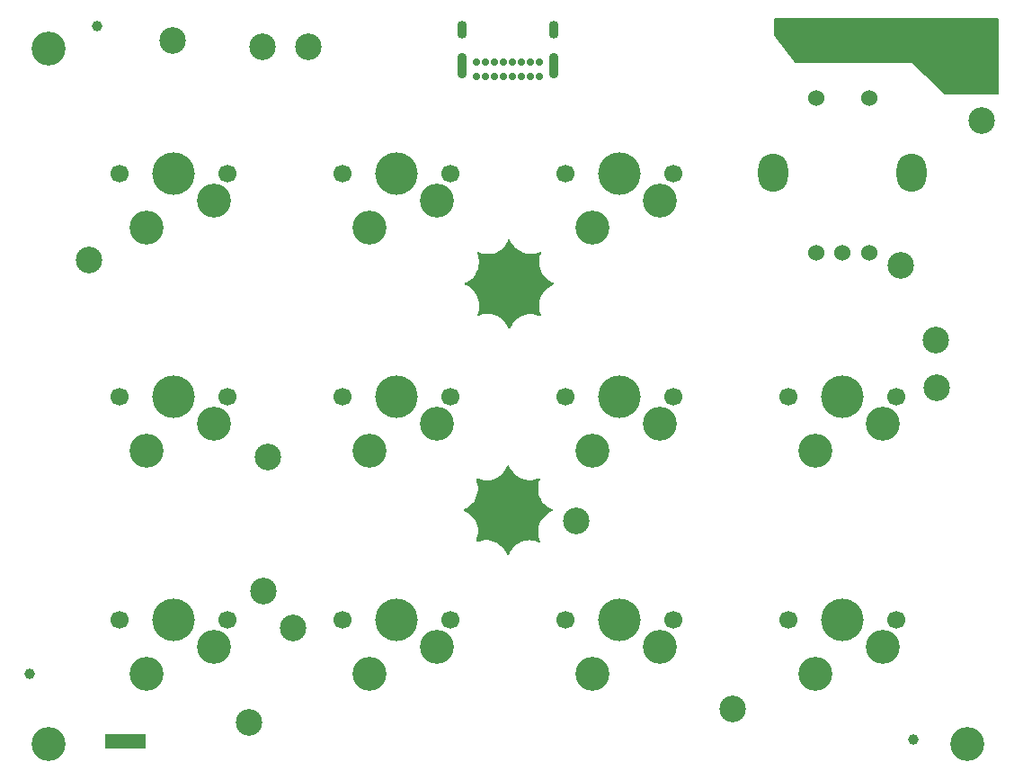
<source format=gts>
G04 #@! TF.GenerationSoftware,KiCad,Pcbnew,7.0.6*
G04 #@! TF.CreationDate,2023-10-20T19:04:06+03:00*
G04 #@! TF.ProjectId,000018 PGKB,30303030-3138-4205-9047-4b422e6b6963,1.0*
G04 #@! TF.SameCoordinates,Original*
G04 #@! TF.FileFunction,Soldermask,Top*
G04 #@! TF.FilePolarity,Negative*
%FSLAX46Y46*%
G04 Gerber Fmt 4.6, Leading zero omitted, Abs format (unit mm)*
G04 Created by KiCad (PCBNEW 7.0.6) date 2023-10-20 19:04:06*
%MOMM*%
%LPD*%
G01*
G04 APERTURE LIST*
%ADD10C,0.200000*%
%ADD11C,1.000000*%
%ADD12C,1.700000*%
%ADD13C,4.000000*%
%ADD14C,3.200000*%
%ADD15O,2.800000X3.600000*%
%ADD16C,1.524000*%
%ADD17C,2.500000*%
%ADD18C,0.700000*%
%ADD19O,0.900000X1.700000*%
%ADD20O,0.900000X2.400000*%
G04 APERTURE END LIST*
D10*
X135500000Y-111000000D02*
X130500000Y-111000000D01*
X127500000Y-108000000D01*
X116500000Y-108000000D01*
X114500000Y-105500000D01*
X114500000Y-104000000D01*
X135500000Y-104000000D01*
X135500000Y-111000000D01*
G36*
X135500000Y-111000000D02*
G01*
X130500000Y-111000000D01*
X127500000Y-108000000D01*
X116500000Y-108000000D01*
X114500000Y-105500000D01*
X114500000Y-104000000D01*
X135500000Y-104000000D01*
X135500000Y-111000000D01*
G37*
G04 #@! TO.C,ART1*
G36*
X51500000Y-171300000D02*
G01*
X55300000Y-171300000D01*
X55300000Y-172600000D01*
X51500000Y-172600000D01*
X51500000Y-171300000D01*
G37*
G04 #@! TD*
D11*
G04 #@! TO.C,H5*
X87100000Y-150200000D03*
X87800000Y-148600000D03*
X87800000Y-151800000D03*
X89400000Y-147900000D03*
G36*
X89423315Y-146005110D02*
G01*
X89434400Y-146006103D01*
X89446809Y-146014832D01*
X89459378Y-146020032D01*
X89465454Y-146027946D01*
X89476740Y-146035883D01*
X89484653Y-146052949D01*
X89490905Y-146061087D01*
X89544106Y-146189397D01*
X89583309Y-146257244D01*
X89872711Y-146670676D01*
X90048797Y-146846634D01*
X90269254Y-147015671D01*
X90509889Y-147154487D01*
X90766584Y-147260706D01*
X91034948Y-147332511D01*
X91310388Y-147368672D01*
X91588192Y-147368573D01*
X91863606Y-147332213D01*
X92131918Y-147260216D01*
X92260228Y-147207016D01*
X92280241Y-147204374D01*
X92327682Y-147187032D01*
X92378672Y-147195949D01*
X92418372Y-147229167D01*
X92436144Y-147277784D01*
X92427227Y-147328775D01*
X92372615Y-147446171D01*
X92294195Y-147692966D01*
X92247734Y-147947719D01*
X92233985Y-148206308D01*
X92253169Y-148464551D01*
X92304976Y-148718270D01*
X92388569Y-148963361D01*
X92502594Y-149195860D01*
X92645208Y-149412005D01*
X92814104Y-149608300D01*
X93006549Y-149781570D01*
X93219431Y-149929011D01*
X93449305Y-150048239D01*
X93570900Y-150092725D01*
X93613239Y-150122506D01*
X93635016Y-150169466D01*
X93630394Y-150221023D01*
X93600613Y-150263362D01*
X93553653Y-150285139D01*
X93547175Y-150284558D01*
X93538913Y-150290905D01*
X93410603Y-150344106D01*
X93342757Y-150383309D01*
X92929323Y-150672713D01*
X92753366Y-150848797D01*
X92584329Y-151069254D01*
X92445513Y-151309889D01*
X92339294Y-151566584D01*
X92267489Y-151834948D01*
X92231328Y-152110388D01*
X92231427Y-152388192D01*
X92267787Y-152663606D01*
X92339784Y-152931918D01*
X92392984Y-153060228D01*
X92395608Y-153080103D01*
X92412986Y-153127643D01*
X92404069Y-153178633D01*
X92370851Y-153218333D01*
X92322234Y-153236105D01*
X92271244Y-153227187D01*
X92153846Y-153172575D01*
X91907048Y-153094154D01*
X91652291Y-153047693D01*
X91393699Y-153033945D01*
X91135452Y-153053131D01*
X90881730Y-153104940D01*
X90636636Y-153188536D01*
X90404136Y-153302566D01*
X90187989Y-153445184D01*
X89991694Y-153614085D01*
X89818425Y-153806535D01*
X89670985Y-154019421D01*
X89551759Y-154249301D01*
X89507276Y-154370898D01*
X89477496Y-154413238D01*
X89430536Y-154435015D01*
X89378979Y-154430395D01*
X89336639Y-154400615D01*
X89314862Y-154353655D01*
X89315443Y-154347174D01*
X89309096Y-154338912D01*
X89255894Y-154210602D01*
X89216696Y-154142764D01*
X88927282Y-153729316D01*
X88751204Y-153553364D01*
X88530746Y-153384327D01*
X88290111Y-153245512D01*
X88033416Y-153139293D01*
X87765052Y-153067488D01*
X87489612Y-153031326D01*
X87211808Y-153031426D01*
X86936394Y-153067786D01*
X86668082Y-153139783D01*
X86539773Y-153192984D01*
X86519737Y-153195629D01*
X86508855Y-153199607D01*
X86500575Y-153198158D01*
X86488454Y-153199759D01*
X86472885Y-153193316D01*
X86457865Y-153190690D01*
X86449381Y-153183590D01*
X86440623Y-153179967D01*
X86432667Y-153169606D01*
X86418165Y-153157472D01*
X86413455Y-153144587D01*
X86409097Y-153138912D01*
X86407807Y-153129134D01*
X86400393Y-153108855D01*
X86403092Y-153093423D01*
X86402322Y-153087593D01*
X86405421Y-153080103D01*
X86409311Y-153057865D01*
X86463923Y-152940467D01*
X86542344Y-152693669D01*
X86588805Y-152438912D01*
X86602553Y-152180320D01*
X86583367Y-151922073D01*
X86531558Y-151668351D01*
X86447962Y-151423257D01*
X86333932Y-151190757D01*
X86191314Y-150974610D01*
X86022413Y-150778315D01*
X85829963Y-150605046D01*
X85617077Y-150457606D01*
X85387197Y-150338380D01*
X85265600Y-150293897D01*
X85253182Y-150285162D01*
X85239152Y-150279357D01*
X85232370Y-150270524D01*
X85223260Y-150264117D01*
X85216873Y-150250342D01*
X85207626Y-150238301D01*
X85206169Y-150227260D01*
X85201483Y-150217157D01*
X85202839Y-150202034D01*
X85200851Y-150186983D01*
X85205109Y-150176693D01*
X85206103Y-150165600D01*
X85214838Y-150153182D01*
X85220643Y-150139152D01*
X85229476Y-150132370D01*
X85235883Y-150123260D01*
X85249658Y-150116873D01*
X85261698Y-150107625D01*
X85390008Y-150054423D01*
X85466392Y-150010287D01*
X85867821Y-149729287D01*
X86047246Y-149549733D01*
X86216283Y-149329275D01*
X86355098Y-149088640D01*
X86461317Y-148831945D01*
X86533122Y-148563581D01*
X86569284Y-148288141D01*
X86569184Y-148010337D01*
X86532824Y-147734923D01*
X86460827Y-147466611D01*
X86407626Y-147338302D01*
X86405630Y-147323181D01*
X86400393Y-147308855D01*
X86402300Y-147297954D01*
X86400851Y-147286983D01*
X86406683Y-147272891D01*
X86409310Y-147257865D01*
X86416412Y-147249378D01*
X86420643Y-147239152D01*
X86432741Y-147229863D01*
X86442528Y-147218165D01*
X86452922Y-147214366D01*
X86461698Y-147207626D01*
X86476820Y-147205630D01*
X86491145Y-147200393D01*
X86502047Y-147202300D01*
X86513017Y-147200851D01*
X86527110Y-147206683D01*
X86542135Y-147209311D01*
X86659533Y-147263923D01*
X86906331Y-147342344D01*
X87161088Y-147388805D01*
X87419680Y-147402553D01*
X87677927Y-147383367D01*
X87931649Y-147331558D01*
X88176743Y-147247962D01*
X88409243Y-147133932D01*
X88625390Y-146991314D01*
X88821685Y-146822413D01*
X88994954Y-146629963D01*
X89142394Y-146417077D01*
X89261620Y-146187197D01*
X89306103Y-146065600D01*
X89310654Y-146059131D01*
X89319173Y-146038541D01*
X89332137Y-146028587D01*
X89335883Y-146023260D01*
X89343938Y-146019525D01*
X89360229Y-146007015D01*
X89375167Y-146005043D01*
X89382843Y-146001483D01*
X89394333Y-146002513D01*
X89411547Y-146000240D01*
X89423315Y-146005110D01*
G37*
X89400000Y-152500000D03*
X90900000Y-151900000D03*
X91000000Y-148600000D03*
X91700000Y-150200000D03*
G04 #@! TD*
D12*
G04 #@! TO.C,S3*
X104980000Y-160500000D03*
D13*
X99900000Y-160500000D03*
D12*
X94820000Y-160500000D03*
D14*
X103710000Y-163040000D03*
X97360000Y-165580000D03*
G04 #@! TD*
D11*
G04 #@! TO.C,H6*
X87200000Y-128900000D03*
X87900000Y-127300000D03*
X87900000Y-130500000D03*
X89500000Y-126600000D03*
G36*
X89523315Y-124705110D02*
G01*
X89534400Y-124706103D01*
X89546809Y-124714832D01*
X89559378Y-124720032D01*
X89565454Y-124727946D01*
X89576740Y-124735883D01*
X89584653Y-124752949D01*
X89590905Y-124761087D01*
X89644106Y-124889397D01*
X89683309Y-124957244D01*
X89972711Y-125370676D01*
X90148797Y-125546634D01*
X90369254Y-125715671D01*
X90609889Y-125854487D01*
X90866584Y-125960706D01*
X91134948Y-126032511D01*
X91410388Y-126068672D01*
X91688192Y-126068573D01*
X91963606Y-126032213D01*
X92231918Y-125960216D01*
X92360228Y-125907016D01*
X92380241Y-125904374D01*
X92427682Y-125887032D01*
X92478672Y-125895949D01*
X92518372Y-125929167D01*
X92536144Y-125977784D01*
X92527227Y-126028775D01*
X92472615Y-126146171D01*
X92394195Y-126392966D01*
X92347734Y-126647719D01*
X92333985Y-126906308D01*
X92353169Y-127164551D01*
X92404976Y-127418270D01*
X92488569Y-127663361D01*
X92602594Y-127895860D01*
X92745208Y-128112005D01*
X92914104Y-128308300D01*
X93106549Y-128481570D01*
X93319431Y-128629011D01*
X93549305Y-128748239D01*
X93670900Y-128792725D01*
X93713239Y-128822506D01*
X93735016Y-128869466D01*
X93730394Y-128921023D01*
X93700613Y-128963362D01*
X93653653Y-128985139D01*
X93647175Y-128984558D01*
X93638913Y-128990905D01*
X93510603Y-129044106D01*
X93442757Y-129083309D01*
X93029323Y-129372713D01*
X92853366Y-129548797D01*
X92684329Y-129769254D01*
X92545513Y-130009889D01*
X92439294Y-130266584D01*
X92367489Y-130534948D01*
X92331328Y-130810388D01*
X92331427Y-131088192D01*
X92367787Y-131363606D01*
X92439784Y-131631918D01*
X92492984Y-131760228D01*
X92495608Y-131780103D01*
X92512986Y-131827643D01*
X92504069Y-131878633D01*
X92470851Y-131918333D01*
X92422234Y-131936105D01*
X92371244Y-131927187D01*
X92253846Y-131872575D01*
X92007048Y-131794154D01*
X91752291Y-131747693D01*
X91493699Y-131733945D01*
X91235452Y-131753131D01*
X90981730Y-131804940D01*
X90736636Y-131888536D01*
X90504136Y-132002566D01*
X90287989Y-132145184D01*
X90091694Y-132314085D01*
X89918425Y-132506535D01*
X89770985Y-132719421D01*
X89651759Y-132949301D01*
X89607276Y-133070898D01*
X89577496Y-133113238D01*
X89530536Y-133135015D01*
X89478979Y-133130395D01*
X89436639Y-133100615D01*
X89414862Y-133053655D01*
X89415443Y-133047174D01*
X89409096Y-133038912D01*
X89355894Y-132910602D01*
X89316696Y-132842764D01*
X89027282Y-132429316D01*
X88851204Y-132253364D01*
X88630746Y-132084327D01*
X88390111Y-131945512D01*
X88133416Y-131839293D01*
X87865052Y-131767488D01*
X87589612Y-131731326D01*
X87311808Y-131731426D01*
X87036394Y-131767786D01*
X86768082Y-131839783D01*
X86639773Y-131892984D01*
X86619737Y-131895629D01*
X86608855Y-131899607D01*
X86600575Y-131898158D01*
X86588454Y-131899759D01*
X86572885Y-131893316D01*
X86557865Y-131890690D01*
X86549381Y-131883590D01*
X86540623Y-131879967D01*
X86532667Y-131869606D01*
X86518165Y-131857472D01*
X86513455Y-131844587D01*
X86509097Y-131838912D01*
X86507807Y-131829134D01*
X86500393Y-131808855D01*
X86503092Y-131793423D01*
X86502322Y-131787593D01*
X86505421Y-131780103D01*
X86509311Y-131757865D01*
X86563923Y-131640467D01*
X86642344Y-131393669D01*
X86688805Y-131138912D01*
X86702553Y-130880320D01*
X86683367Y-130622073D01*
X86631558Y-130368351D01*
X86547962Y-130123257D01*
X86433932Y-129890757D01*
X86291314Y-129674610D01*
X86122413Y-129478315D01*
X85929963Y-129305046D01*
X85717077Y-129157606D01*
X85487197Y-129038380D01*
X85365600Y-128993897D01*
X85353182Y-128985162D01*
X85339152Y-128979357D01*
X85332370Y-128970524D01*
X85323260Y-128964117D01*
X85316873Y-128950342D01*
X85307626Y-128938301D01*
X85306169Y-128927260D01*
X85301483Y-128917157D01*
X85302839Y-128902034D01*
X85300851Y-128886983D01*
X85305109Y-128876693D01*
X85306103Y-128865600D01*
X85314838Y-128853182D01*
X85320643Y-128839152D01*
X85329476Y-128832370D01*
X85335883Y-128823260D01*
X85349658Y-128816873D01*
X85361698Y-128807625D01*
X85490008Y-128754423D01*
X85566392Y-128710287D01*
X85967821Y-128429287D01*
X86147246Y-128249733D01*
X86316283Y-128029275D01*
X86455098Y-127788640D01*
X86561317Y-127531945D01*
X86633122Y-127263581D01*
X86669284Y-126988141D01*
X86669184Y-126710337D01*
X86632824Y-126434923D01*
X86560827Y-126166611D01*
X86507626Y-126038302D01*
X86505630Y-126023181D01*
X86500393Y-126008855D01*
X86502300Y-125997954D01*
X86500851Y-125986983D01*
X86506683Y-125972891D01*
X86509310Y-125957865D01*
X86516412Y-125949378D01*
X86520643Y-125939152D01*
X86532741Y-125929863D01*
X86542528Y-125918165D01*
X86552922Y-125914366D01*
X86561698Y-125907626D01*
X86576820Y-125905630D01*
X86591145Y-125900393D01*
X86602047Y-125902300D01*
X86613017Y-125900851D01*
X86627110Y-125906683D01*
X86642135Y-125909311D01*
X86759533Y-125963923D01*
X87006331Y-126042344D01*
X87261088Y-126088805D01*
X87519680Y-126102553D01*
X87777927Y-126083367D01*
X88031649Y-126031558D01*
X88276743Y-125947962D01*
X88509243Y-125833932D01*
X88725390Y-125691314D01*
X88921685Y-125522413D01*
X89094954Y-125329963D01*
X89242394Y-125117077D01*
X89361620Y-124887197D01*
X89406103Y-124765600D01*
X89410654Y-124759131D01*
X89419173Y-124738541D01*
X89432137Y-124728587D01*
X89435883Y-124723260D01*
X89443938Y-124719525D01*
X89460229Y-124707015D01*
X89475167Y-124705043D01*
X89482843Y-124701483D01*
X89494333Y-124702513D01*
X89511547Y-124700240D01*
X89523315Y-124705110D01*
G37*
X89500000Y-131200000D03*
X91000000Y-130600000D03*
X91100000Y-127300000D03*
X91800000Y-128900000D03*
G04 #@! TD*
D12*
G04 #@! TO.C,S7*
X104980000Y-139500000D03*
D13*
X99900000Y-139500000D03*
D12*
X94820000Y-139500000D03*
D14*
X103710000Y-142040000D03*
X97360000Y-144580000D03*
G04 #@! TD*
D12*
G04 #@! TO.C,S5*
X62980000Y-139500000D03*
D13*
X57900000Y-139500000D03*
D12*
X52820000Y-139500000D03*
D14*
X61710000Y-142040000D03*
X55360000Y-144580000D03*
G04 #@! TD*
D11*
G04 #@! TO.C,FD3*
X127597202Y-171790000D03*
G04 #@! TD*
D12*
G04 #@! TO.C,S1*
X62980000Y-160500000D03*
D13*
X57900000Y-160500000D03*
D12*
X52820000Y-160500000D03*
D14*
X61710000Y-163040000D03*
X55360000Y-165580000D03*
G04 #@! TD*
D11*
G04 #@! TO.C,FD1*
X44347202Y-165590000D03*
G04 #@! TD*
D12*
G04 #@! TO.C,S10*
X83980000Y-118500000D03*
D13*
X78900000Y-118500000D03*
D12*
X73820000Y-118500000D03*
D14*
X82710000Y-121040000D03*
X76360000Y-123580000D03*
G04 #@! TD*
G04 #@! TO.C,H1*
X46150000Y-106750000D03*
G04 #@! TD*
D11*
G04 #@! TO.C,FD5*
X50697202Y-104690000D03*
G04 #@! TD*
D12*
G04 #@! TO.C,S4*
X125980000Y-160500000D03*
D13*
X120900000Y-160500000D03*
D12*
X115820000Y-160500000D03*
D14*
X124710000Y-163040000D03*
X118360000Y-165580000D03*
G04 #@! TD*
D12*
G04 #@! TO.C,S11*
X104980000Y-118500000D03*
D13*
X99900000Y-118500000D03*
D12*
X94820000Y-118500000D03*
D14*
X103710000Y-121040000D03*
X97360000Y-123580000D03*
G04 #@! TD*
D12*
G04 #@! TO.C,S6*
X83980000Y-139500000D03*
D13*
X78900000Y-139500000D03*
D12*
X73820000Y-139500000D03*
D14*
X82710000Y-142040000D03*
X76360000Y-144580000D03*
G04 #@! TD*
D12*
G04 #@! TO.C,S8*
X125980000Y-139500000D03*
D13*
X120900000Y-139500000D03*
D12*
X115820000Y-139500000D03*
D14*
X124710000Y-142040000D03*
X118360000Y-144580000D03*
G04 #@! TD*
G04 #@! TO.C,H4*
X46150000Y-172250000D03*
G04 #@! TD*
G04 #@! TO.C,H3*
X132650000Y-106750000D03*
G04 #@! TD*
D12*
G04 #@! TO.C,S2*
X83980000Y-160500000D03*
D13*
X78900000Y-160500000D03*
D12*
X73820000Y-160500000D03*
D14*
X82710000Y-163040000D03*
X76360000Y-165580000D03*
G04 #@! TD*
G04 #@! TO.C,H2*
X132650000Y-172250000D03*
G04 #@! TD*
D12*
G04 #@! TO.C,S9*
X62980000Y-118500000D03*
D13*
X57900000Y-118500000D03*
D12*
X52820000Y-118500000D03*
D14*
X61710000Y-121040000D03*
X55360000Y-123580000D03*
G04 #@! TD*
D15*
G04 #@! TO.C,S20*
X114400000Y-118450000D03*
X127400000Y-118450000D03*
D16*
X118400000Y-125950000D03*
X123400000Y-125950000D03*
X120900000Y-125950000D03*
X118400000Y-111450000D03*
X123400000Y-111450000D03*
G04 #@! TD*
D17*
G04 #@! TO.C,TP1*
X64986721Y-170187635D03*
G04 #@! TD*
G04 #@! TO.C,TP11*
X66300000Y-106600000D03*
G04 #@! TD*
G04 #@! TO.C,TP12*
X70600000Y-106600000D03*
G04 #@! TD*
G04 #@! TO.C,TP6*
X49900000Y-126700000D03*
G04 #@! TD*
G04 #@! TO.C,TP15*
X66400000Y-157800000D03*
G04 #@! TD*
G04 #@! TO.C,TP4*
X129700000Y-134200000D03*
G04 #@! TD*
G04 #@! TO.C,TP7*
X69149789Y-161299326D03*
G04 #@! TD*
D18*
G04 #@! TO.C,J1*
X86405000Y-109360000D03*
X87255000Y-109360000D03*
X88105000Y-109360000D03*
X88955000Y-109360000D03*
X89805000Y-109360000D03*
X90655000Y-109360000D03*
X91505000Y-109360000D03*
X92355000Y-109360000D03*
X92355000Y-108010000D03*
X91505000Y-108010000D03*
X90655000Y-108010000D03*
X89805000Y-108010000D03*
X88955000Y-108010000D03*
X88105000Y-108010000D03*
X87255000Y-108010000D03*
X86405000Y-108010000D03*
D19*
X85055000Y-105000000D03*
D20*
X85055000Y-108380000D03*
D19*
X93705000Y-105000000D03*
D20*
X93705000Y-108380000D03*
G04 #@! TD*
D17*
G04 #@! TO.C,TP13*
X110597137Y-168902694D03*
G04 #@! TD*
G04 #@! TO.C,TP8*
X66800000Y-145200000D03*
G04 #@! TD*
G04 #@! TO.C,TP14*
X126400000Y-127200000D03*
G04 #@! TD*
G04 #@! TO.C,TP2*
X95800000Y-151200000D03*
G04 #@! TD*
G04 #@! TO.C,TP16*
X57800000Y-106000000D03*
G04 #@! TD*
G04 #@! TO.C,TP3*
X129800000Y-138700000D03*
G04 #@! TD*
G04 #@! TO.C,TP5*
X134000000Y-113500000D03*
G04 #@! TD*
M02*

</source>
